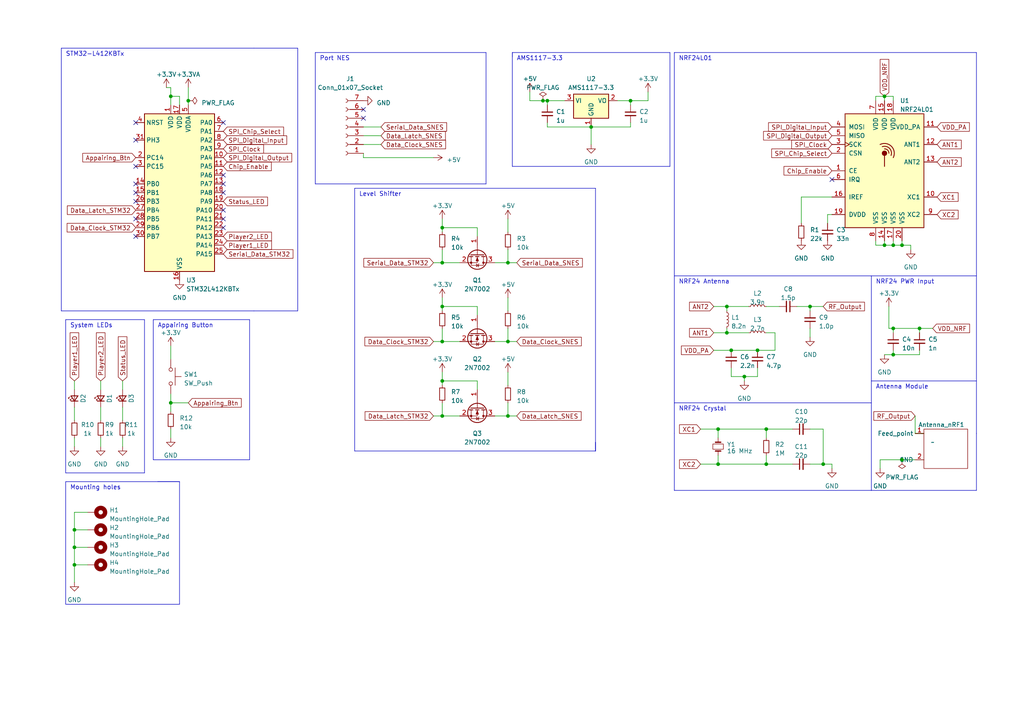
<source format=kicad_sch>
(kicad_sch (version 20230121) (generator eeschema)
  (paper "A4")
  (title_block (title "Wireless SNES Receptor (made by Esteban HUBERT)") (date "2023-04-15") (rev "1.0") (company "ENSEA"))
  (lib_symbols
    (symbol "Antenna_nRF24_2_4GHz:Antenna_nRF_2_4GHz"
      (property "Reference" "Antenna_nRF" (at 0 7.62 0))
      (symbol "Antenna_nRF_2_4GHz_0_1"
        (rectangle (start -6.35 6.35) (end 6.35 -5.08))
      )
      (symbol "Antenna_nRF_2_4GHz_1_1"
        (pin input line (at -6.35 5.08 180) (length 2.54) (name "Feed_point") (number "1"))
        (pin power_in line (at -6.35 -2.54 180) (length 2.54) (name "GND") (number "2"))
      )
    )
    (symbol "Connector:Conn_01x07_Socket" (pin_names (offset 1.016) hide)
      (property "Reference" "J" (at 0 10.16 0))
      (property "Value" "Conn_01x07_Socket" (at 0 -10.16 0))
      (symbol "Conn_01x07_Socket_1_1"
        (arc (start 0 -7.112) (mid -0.5058 -7.62) (end 0 -8.128) (stroke (width 0.1524)))
        (arc (start 0 -4.572) (mid -0.5058 -5.08) (end 0 -5.588) (stroke (width 0.1524)))
        (arc (start 0 -2.032) (mid -0.5058 -2.54) (end 0 -3.048) (stroke (width 0.1524)))
        (polyline (pts (xy -1.27 -7.62) (xy -0.508 -7.62)) (stroke (width 0.1524)))
        (polyline (pts (xy -1.27 -5.08) (xy -0.508 -5.08)) (stroke (width 0.1524)))
        (polyline (pts (xy -1.27 -2.54) (xy -0.508 -2.54)) (stroke (width 0.1524)))
        (polyline (pts (xy -1.27 0) (xy -0.508 0)) (stroke (width 0.1524)))
        (polyline (pts (xy -1.27 2.54) (xy -0.508 2.54)) (stroke (width 0.1524)))
        (polyline (pts (xy -1.27 5.08) (xy -0.508 5.08)) (stroke (width 0.1524)))
        (polyline (pts (xy -1.27 7.62) (xy -0.508 7.62)) (stroke (width 0.1524)))
        (arc (start 0 0.508) (mid -0.5058 0) (end 0 -0.508) (stroke (width 0.1524)))
        (arc (start 0 3.048) (mid -0.5058 2.54) (end 0 2.032) (stroke (width 0.1524)))
        (arc (start 0 5.588) (mid -0.5058 5.08) (end 0 4.572) (stroke (width 0.1524)))
        (arc (start 0 8.128) (mid -0.5058 7.62) (end 0 7.112) (stroke (width 0.1524)))
        (pin passive line (at -5.08 7.62 0) (length 3.81) (name "Pin_1") (number "1"))
        (pin passive line (at -5.08 5.08 0) (length 3.81) (name "Pin_2") (number "2"))
        (pin passive line (at -5.08 2.54 0) (length 3.81) (name "Pin_3") (number "3"))
        (pin passive line (at -5.08 0 0) (length 3.81) (name "Pin_4") (number "4"))
        (pin passive line (at -5.08 -2.54 0) (length 3.81) (name "Pin_5") (number "5"))
        (pin passive line (at -5.08 -5.08 0) (length 3.81) (name "Pin_6") (number "6"))
        (pin passive line (at -5.08 -7.62 0) (length 3.81) (name "Pin_7") (number "7"))
      )
    )
    (symbol "Device:C_Small" (pin_numbers hide) (pin_names (offset 0.254) hide)
      (property "Reference" "C" (at 0.254 1.778 0))
      (property "Value" "C_Small" (at 0.254 -2.032 0))
      (symbol "C_Small_0_1"
        (polyline (pts (xy -1.524 -0.508) (xy 1.524 -0.508)) (stroke (width 0.3302)))
        (polyline (pts (xy -1.524 0.508) (xy 1.524 0.508)) (stroke (width 0.3048)))
      )
      (symbol "C_Small_1_1"
        (pin passive line (at 0 2.54 270) (length 2.032) (name "~") (number "1"))
        (pin passive line (at 0 -2.54 90) (length 2.032) (name "~") (number "2"))
      )
    )
    (symbol "Device:Crystal_Small" (pin_numbers hide) (pin_names (offset 1.016) hide)
      (property "Reference" "Y" (at 0 2.54 0))
      (property "Value" "Crystal_Small" (at 0 -2.54 0))
      (symbol "Crystal_Small_0_1"
        (rectangle (start -0.762 -1.524) (end 0.762 1.524))
        (polyline (pts (xy -1.27 -0.762) (xy -1.27 0.762)) (stroke (width 0.381)))
        (polyline (pts (xy 1.27 -0.762) (xy 1.27 0.762)) (stroke (width 0.381)))
      )
      (symbol "Crystal_Small_1_1"
        (pin passive line (at -2.54 0 0) (length 1.27) (name "1") (number "1"))
        (pin passive line (at 2.54 0 180) (length 1.27) (name "2") (number "2"))
      )
    )
    (symbol "Device:LED_Small" (pin_numbers hide) (pin_names (offset 0.254) hide)
      (property "Reference" "D" (at -1.27 3.175 0))
      (property "Value" "LED_Small" (at -4.445 -2.54 0))
      (symbol "LED_Small_0_1"
        (polyline (pts (xy -0.762 -1.016) (xy -0.762 1.016)) (stroke (width 0.254)))
        (polyline (pts (xy 1.016 0) (xy -0.762 0)))
        (polyline (pts (xy 0.762 -1.016) (xy -0.762 0) (xy 0.762 1.016) (xy 0.762 -1.016)) (stroke (width 0.254)))
        (polyline (pts (xy 0 0.762) (xy -0.508 1.27) (xy -0.254 1.27) (xy -0.508 1.27) (xy -0.508 1.016)))
        (polyline (pts (xy 0.508 1.27) (xy 0 1.778) (xy 0.254 1.778) (xy 0 1.778) (xy 0 1.524)))
      )
      (symbol "LED_Small_1_1"
        (pin passive line (at -2.54 0 0) (length 1.778) (name "K") (number "1"))
        (pin passive line (at 2.54 0 180) (length 1.778) (name "A") (number "2"))
      )
    )
    (symbol "Device:L_Small" (pin_numbers hide) (pin_names (offset 0.254) hide)
      (property "Reference" "L" (at 0.762 1.016 0))
      (property "Value" "L_Small" (at 0.762 -1.016 0))
      (symbol "L_Small_0_1"
        (arc (start 0 -2.032) (mid 0.5058 -1.524) (end 0 -1.016))
        (arc (start 0 -1.016) (mid 0.5058 -0.508) (end 0 0))
        (arc (start 0 0) (mid 0.5058 0.508) (end 0 1.016))
        (arc (start 0 1.016) (mid 0.5058 1.524) (end 0 2.032))
      )
      (symbol "L_Small_1_1"
        (pin passive line (at 0 2.54 270) (length 0.508) (name "~") (number "1"))
        (pin passive line (at 0 -2.54 90) (length 0.508) (name "~") (number "2"))
      )
    )
    (symbol "Device:R_Small" (pin_numbers hide) (pin_names (offset 0.254) hide)
      (property "Reference" "R" (at 0.762 0.508 0))
      (property "Value" "R_Small" (at 0.762 -1.016 0))
      (symbol "R_Small_0_1"
        (rectangle (start -0.762 1.778) (end 0.762 -1.778) (stroke (width 0.2032)))
      )
      (symbol "R_Small_1_1"
        (pin passive line (at 0 2.54 270) (length 0.762) (name "~") (number "1"))
        (pin passive line (at 0 -2.54 90) (length 0.762) (name "~") (number "2"))
      )
    )
    (symbol "MCU_ST_STM32L4:STM32L412KBTx"
      (property "Reference" "U" (at -10.16 24.13 0))
      (property "Value" "STM32L412KBTx" (at 5.08 24.13 0))
      (symbol "STM32L412KBTx_0_1"
        (rectangle (start -10.16 -22.86) (end 10.16 22.86) (stroke (width 0.254)) (fill (type background)))
      )
      (symbol "STM32L412KBTx_1_1"
        (pin power_in line (at -2.54 25.4 270) (length 2.54) (name "VDD") (number "1"))
        (pin bidirectional line (at 12.7 10.16 180) (length 2.54) (name "PA4") (number "10"))
        (pin bidirectional line (at 12.7 7.62 180) (length 2.54) (name "PA5") (number "11"))
        (pin bidirectional line (at 12.7 5.08 180) (length 2.54) (name "PA6") (number "12"))
        (pin bidirectional line (at 12.7 2.54 180) (length 2.54) (name "PA7") (number "13"))
        (pin bidirectional line (at -12.7 2.54 0) (length 2.54) (name "PB0") (number "14"))
        (pin bidirectional line (at -12.7 0 0) (length 2.54) (name "PB1") (number "15"))
        (pin power_in line (at 0 -25.4 90) (length 2.54) (name "VSS") (number "16"))
        (pin power_in line (at 0 25.4 270) (length 2.54) (name "VDD") (number "17"))
        (pin bidirectional line (at 12.7 0 180) (length 2.54) (name "PA8") (number "18"))
        (pin bidirectional line (at 12.7 -2.54 180) (length 2.54) (name "PA9") (number "19"))
        (pin bidirectional line (at -12.7 10.16 0) (length 2.54) (name "PC14") (number "2"))
        (pin bidirectional line (at 12.7 -5.08 180) (length 2.54) (name "PA10") (number "20"))
        (pin bidirectional line (at 12.7 -7.62 180) (length 2.54) (name "PA11") (number "21"))
        (pin bidirectional line (at 12.7 -10.16 180) (length 2.54) (name "PA12") (number "22"))
        (pin bidirectional line (at 12.7 -12.7 180) (length 2.54) (name "PA13") (number "23"))
        (pin bidirectional line (at 12.7 -15.24 180) (length 2.54) (name "PA14") (number "24"))
        (pin bidirectional line (at 12.7 -17.78 180) (length 2.54) (name "PA15") (number "25"))
        (pin bidirectional line (at -12.7 -2.54 0) (length 2.54) (name "PB3") (number "26"))
        (pin bidirectional line (at -12.7 -5.08 0) (length 2.54) (name "PB4") (number "27"))
        (pin bidirectional line (at -12.7 -7.62 0) (length 2.54) (name "PB5") (number "28"))
        (pin bidirectional line (at -12.7 -10.16 0) (length 2.54) (name "PB6") (number "29"))
        (pin bidirectional line (at -12.7 7.62 0) (length 2.54) (name "PC15") (number "3"))
        (pin bidirectional line (at -12.7 -12.7 0) (length 2.54) (name "PB7") (number "30"))
        (pin bidirectional line (at -12.7 15.24 0) (length 2.54) (name "PH3") (number "31"))
        (pin passive line (at 0 -25.4 90) (length 2.54) hide (name "VSS") (number "32"))
        (pin input line (at -12.7 20.32 0) (length 2.54) (name "NRST") (number "4"))
        (pin power_in line (at 2.54 25.4 270) (length 2.54) (name "VDDA") (number "5"))
        (pin bidirectional line (at 12.7 20.32 180) (length 2.54) (name "PA0") (number "6"))
        (pin bidirectional line (at 12.7 17.78 180) (length 2.54) (name "PA1") (number "7"))
        (pin bidirectional line (at 12.7 15.24 180) (length 2.54) (name "PA2") (number "8"))
        (pin bidirectional line (at 12.7 12.7 180) (length 2.54) (name "PA3") (number "9"))
      )
    )
    (symbol "Mechanical:MountingHole_Pad" (pin_numbers hide) (pin_names (offset 1.016) hide)
      (property "Reference" "H" (at 0 6.35 0))
      (property "Value" "MountingHole_Pad" (at 0 4.445 0))
      (symbol "MountingHole_Pad_0_1"
        (circle (center 0 1.27) (radius 1.27) (stroke (width 1.27)))
      )
      (symbol "MountingHole_Pad_1_1"
        (pin input line (at 0 -2.54 90) (length 2.54) (name "1") (number "1"))
      )
    )
    (symbol "RF:NRF24L01" (pin_names (offset 1.016))
      (property "Reference" "U" (at -11.43 17.78 0))
      (property "Value" "NRF24L01" (at 5.08 17.78 0))
      (symbol "NRF24L01_0_1"
        (rectangle (start -11.43 16.51) (end 11.43 -16.51) (stroke (width 0.254)) (fill (type background)))
        (polyline (pts (xy 0 4.445) (xy 0 1.27)) (stroke (width 0.254)))
        (circle (center 0 5.08) (radius 0.635) (stroke (width 0.254)) (fill (type outline)))
        (arc (start 1.27 5.08) (mid 0.9071 5.9946) (end 0 6.35) (stroke (width 0.254)))
        (arc (start 1.905 4.445) (mid 1.4313 6.5254) (end -0.635 6.985) (stroke (width 0.254)))
        (arc (start 2.54 3.81) (mid 2.008 7.088) (end -1.27 7.62) (stroke (width 0.254)))
        (rectangle (start 11.43 -13.97) (end 11.43 -13.97))
      )
      (symbol "NRF24L01_1_1"
        (pin input line (at -15.24 0 0) (length 3.81) (name "CE") (number "1"))
        (pin passive line (at 15.24 -7.62 180) (length 3.81) (name "XC1") (number "10"))
        (pin power_out line (at 15.24 12.7 180) (length 3.81) (name "VDD_PA") (number "11"))
        (pin passive line (at 15.24 7.62 180) (length 3.81) (name "ANT1") (number "12"))
        (pin passive line (at 15.24 2.54 180) (length 3.81) (name "ANT2") (number "13"))
        (pin power_in line (at 0 -20.32 90) (length 3.81) (name "VSS") (number "14"))
        (pin power_in line (at 0 20.32 270) (length 3.81) (name "VDD") (number "15"))
        (pin passive line (at -15.24 -7.62 0) (length 3.81) (name "IREF") (number "16"))
        (pin power_in line (at 2.54 -20.32 90) (length 3.81) (name "VSS") (number "17"))
        (pin power_in line (at 2.54 20.32 270) (length 3.81) (name "VDD") (number "18"))
        (pin power_out line (at -15.24 -12.7 0) (length 3.81) (name "DVDD") (number "19"))
        (pin input line (at -15.24 5.08 0) (length 3.81) (name "CSN") (number "2"))
        (pin power_in line (at 5.08 -20.32 90) (length 3.81) (name "VSS") (number "20"))
        (pin input clock (at -15.24 7.62 0) (length 3.81) (name "SCK") (number "3"))
        (pin input line (at -15.24 12.7 0) (length 3.81) (name "MOSI") (number "4"))
        (pin output line (at -15.24 10.16 0) (length 3.81) (name "MISO") (number "5"))
        (pin output line (at -15.24 -2.54 0) (length 3.81) (name "IRQ") (number "6"))
        (pin power_in line (at -2.54 20.32 270) (length 3.81) (name "VDD") (number "7"))
        (pin power_in line (at -2.54 -20.32 90) (length 3.81) (name "VSS") (number "8"))
        (pin passive line (at 15.24 -12.7 180) (length 3.81) (name "XC2") (number "9"))
      )
    )
    (symbol "Regulator_Linear:AMS1117-3.3"
      (property "Reference" "U" (at -3.81 3.175 0))
      (property "Value" "AMS1117-3.3" (at 0 3.175 0))
      (symbol "AMS1117-3.3_0_1"
        (rectangle (start -5.08 -5.08) (end 5.08 1.905) (stroke (width 0.254)) (fill (type background)))
      )
      (symbol "AMS1117-3.3_1_1"
        (pin power_in line (at 0 -7.62 90) (length 2.54) (name "GND") (number "1"))
        (pin power_out line (at 7.62 0 180) (length 2.54) (name "VO") (number "2"))
        (pin power_in line (at -7.62 0 0) (length 2.54) (name "VI") (number "3"))
      )
    )
    (symbol "Switch:SW_Push" (pin_numbers hide) (pin_names (offset 1.016) hide)
      (property "Reference" "SW" (at 1.27 2.54 0))
      (property "Value" "SW_Push" (at 0 -1.524 0))
      (symbol "SW_Push_0_1"
        (circle (center -2.032 0) (radius 0.508))
        (polyline (pts (xy 0 1.27) (xy 0 3.048)))
        (polyline (pts (xy 2.54 1.27) (xy -2.54 1.27)))
        (circle (center 2.032 0) (radius 0.508))
        (pin passive line (at -5.08 0 0) (length 2.54) (name "1") (number "1"))
        (pin passive line (at 5.08 0 180) (length 2.54) (name "2") (number "2"))
      )
    )
    (symbol "Transistor_FET:2N7002" (pin_names hide)
      (property "Reference" "Q" (at 5.08 1.905 0))
      (property "Value" "2N7002" (at 5.08 0 0))
      (symbol "2N7002_0_1"
        (polyline (pts (xy 0.254 0) (xy -2.54 0)))
        (polyline (pts (xy 0.254 1.905) (xy 0.254 -1.905)) (stroke (width 0.254)))
        (polyline (pts (xy 0.762 -1.27) (xy 0.762 -2.286)) (stroke (width 0.254)))
        (polyline (pts (xy 0.762 0.508) (xy 0.762 -0.508)) (stroke (width 0.254)))
        (polyline (pts (xy 0.762 2.286) (xy 0.762 1.27)) (stroke (width 0.254)))
        (polyline (pts (xy 2.54 2.54) (xy 2.54 1.778)))
        (polyline (pts (xy 2.54 -2.54) (xy 2.54 0) (xy 0.762 0)))
        (polyline (pts (xy 0.762 -1.778) (xy 3.302 -1.778) (xy 3.302 1.778) (xy 0.762 1.778)))
        (polyline (pts (xy 1.016 0) (xy 2.032 0.381) (xy 2.032 -0.381) (xy 1.016 0)) (fill (type outline)))
        (polyline (pts (xy 2.794 0.508) (xy 2.921 0.381) (xy 3.683 0.381) (xy 3.81 0.254)))
        (polyline (pts (xy 3.302 0.381) (xy 2.921 -0.254) (xy 3.683 -0.254) (xy 3.302 0.381)))
        (circle (center 1.651 0) (radius 2.794) (stroke (width 0.254)))
        (circle (center 2.54 -1.778) (radius 0.254) (fill (type outline)))
        (circle (center 2.54 1.778) (radius 0.254) (fill (type outline)))
      )
      (symbol "2N7002_1_1"
        (pin input line (at -5.08 0 0) (length 2.54) (name "G") (number "1"))
        (pin passive line (at 2.54 -5.08 90) (length 2.54) (name "S") (number "2"))
        (pin passive line (at 2.54 5.08 270) (length 2.54) (name "D") (number "3"))
      )
    )
    (symbol "power:+3.3V" (power) (pin_names (offset 0))
      (property "Value" "+3.3V" (at 0 3.556 0))
      (symbol "+3.3V_0_1"
        (polyline (pts (xy -0.762 1.27) (xy 0 2.54)))
        (polyline (pts (xy 0 0) (xy 0 2.54)))
        (polyline (pts (xy 0 2.54) (xy 0.762 1.27)))
      )
      (symbol "+3.3V_1_1"
        (pin power_in line (at 0 0 90) (length 0) hide (name "+3.3V") (number "1"))
      )
    )
    (symbol "power:+3.3VA" (power) (pin_names (offset 0))
      (property "Value" "+3.3VA" (at 0 3.556 0))
      (symbol "+3.3VA_0_1"
        (polyline (pts (xy -0.762 1.27) (xy 0 2.54)))
        (polyline (pts (xy 0 0) (xy 0 2.54)))
        (polyline (pts (xy 0 2.54) (xy 0.762 1.27)))
      )
      (symbol "+3.3VA_1_1"
        (pin power_in line (at 0 0 90) (length 0) hide (name "+3.3VA") (number "1"))
      )
    )
    (symbol "power:+5V" (power) (pin_names (offset 0))
      (property "Value" "+5V" (at 0 3.556 0))
      (symbol "+5V_0_1"
        (polyline (pts (xy -0.762 1.27) (xy 0 2.54)))
        (polyline (pts (xy 0 0) (xy 0 2.54)))
        (polyline (pts (xy 0 2.54) (xy 0.762 1.27)))
      )
      (symbol "+5V_1_1"
        (pin power_in line (at 0 0 90) (length 0) hide (name "+5V") (number "1"))
      )
    )
    (symbol "power:GND" (power) (pin_names (offset 0))
      (property "Value" "GND" (at 0 -3.81 0))
      (symbol "GND_0_1"
        (polyline (pts (xy 0 0) (xy 0 -1.27) (xy 1.27 -1.27) (xy 0 -2.54) (xy -1.27 -1.27) (xy 0 -1.27)))
      )
      (symbol "GND_1_1"
        (pin power_in line (at 0 0 270) (length 0) hide (name "GND") (number "1"))
      )
    )
    (symbol "power:PWR_FLAG" (power) (pin_numbers hide) (pin_names (offset 0) hide)
      (property "Value" "PWR_FLAG" (at 0 3.81 0))
      (symbol "PWR_FLAG_0_0"
        (pin power_out line (at 0 0 90) (length 0) (name "pwr") (number "1"))
      )
      (symbol "PWR_FLAG_0_1"
        (polyline (pts (xy 0 0) (xy 0 1.27) (xy -1.016 1.905) (xy 0 2.54) (xy 1.016 1.905) (xy 0 1.27)))
      )
    )
  )
  (junction (at 128.27 66.04))
  (junction (at 259.08 102.87))
  (junction (at 21.59 163.83))
  (junction (at 259.08 71.12))
  (junction (at 212.09 101.6))
  (junction (at 157.48 29.21))
  (junction (at 208.28 124.46))
  (junction (at 256.54 71.12))
  (junction (at 259.08 95.25))
  (junction (at 256.54 27.94))
  (junction (at 147.32 99.06))
  (junction (at 128.27 120.65))
  (junction (at 49.53 27.94))
  (junction (at 238.76 134.62))
  (junction (at 128.27 110.49))
  (junction (at 222.25 124.46))
  (junction (at 234.95 88.9))
  (junction (at 215.9 109.22))
  (junction (at 222.25 134.62))
  (junction (at 21.59 158.75))
  (junction (at 128.27 99.06))
  (junction (at 147.32 120.65))
  (junction (at 147.32 76.2))
  (junction (at 49.53 116.84))
  (junction (at 158.75 29.21))
  (junction (at 128.27 88.9))
  (junction (at 210.82 96.52))
  (junction (at 21.59 153.67))
  (junction (at 266.7 95.25))
  (junction (at 208.28 134.62))
  (junction (at 219.71 101.6))
  (junction (at 261.62 71.12))
  (junction (at 171.45 36.83))
  (junction (at 128.27 76.2))
  (junction (at 54.61 29.21))
  (junction (at 261.62 133.35))
  (junction (at 210.82 88.9))
  (junction (at 182.88 29.21))
  (no_connect (at 39.37 53.34))
  (no_connect (at 105.41 31.75))
  (no_connect (at 105.41 34.29))
  (no_connect (at 64.77 55.88))
  (no_connect (at 39.37 48.26))
  (no_connect (at 39.37 35.56))
  (no_connect (at 64.77 60.96))
  (no_connect (at 39.37 68.58))
  (no_connect (at 241.3 52.07))
  (no_connect (at 39.37 63.5))
  (no_connect (at 64.77 53.34))
  (no_connect (at 39.37 40.64))
  (no_connect (at 64.77 50.8))
  (no_connect (at 39.37 55.88))
  (no_connect (at 39.37 58.42))
  (no_connect (at 64.77 35.56))
  (no_connect (at 64.77 63.5))
  (no_connect (at 64.77 66.04))
  (polyline (pts (xy 102.87 54.61) (xy 102.87 130.81)))
  (wire (pts (xy 182.88 36.83) (xy 171.45 36.83)))
  (wire (pts (xy 264.16 71.12) (xy 264.16 72.39)))
  (wire (pts (xy 207.01 88.9) (xy 210.82 88.9)))
  (wire (pts (xy 128.27 63.5) (xy 128.27 66.04)))
  (polyline (pts (xy 194.31 15.24) (xy 148.59 15.24)))
  (wire (pts (xy 254 27.94) (xy 254 29.21)))
  (wire (pts (xy 215.9 109.22) (xy 212.09 109.22)))
  (wire (pts (xy 259.08 29.21) (xy 259.08 27.94)))
  (wire (pts (xy 128.27 116.84) (xy 128.27 120.65)))
  (wire (pts (xy 105.41 45.72) (xy 125.73 45.72)))
  (wire (pts (xy 21.59 118.11) (xy 21.59 121.92)))
  (wire (pts (xy 224.79 101.6) (xy 224.79 96.52)))
  (polyline (pts (xy 195.58 125.73) (xy 195.58 142.24)))
  (wire (pts (xy 105.41 41.91) (xy 110.49 41.91)))
  (wire (pts (xy 54.61 29.21) (xy 54.61 30.48)))
  (wire (pts (xy 128.27 99.06) (xy 133.35 99.06)))
  (wire (pts (xy 222.25 124.46) (xy 229.87 124.46)))
  (wire (pts (xy 232.41 57.15) (xy 241.3 57.15)))
  (wire (pts (xy 35.56 118.11) (xy 35.56 121.92)))
  (wire (pts (xy 257.81 95.25) (xy 259.08 95.25)))
  (wire (pts (xy 49.53 25.4) (xy 48.26 25.4)))
  (polyline (pts (xy 52.07 175.26) (xy 19.05 175.26)))
  (wire (pts (xy 171.45 36.83) (xy 158.75 36.83)))
  (wire (pts (xy 182.88 29.21) (xy 187.96 29.21)))
  (polyline (pts (xy 19.05 137.16) (xy 41.91 137.16)))
  (wire (pts (xy 224.79 96.52) (xy 222.25 96.52)))
  (wire (pts (xy 210.82 90.17) (xy 210.82 88.9)))
  (polyline (pts (xy 195.58 80.01) (xy 283.21 80.01)))
  (polyline (pts (xy 252.73 116.84) (xy 195.58 116.84)))
  (wire (pts (xy 219.71 106.68) (xy 219.71 109.22)))
  (polyline (pts (xy 86.36 90.17) (xy 73.66 90.17)))
  (polyline (pts (xy 195.58 125.73) (xy 195.58 15.24)))
  (wire (pts (xy 212.09 109.22) (xy 212.09 106.68)))
  (wire (pts (xy 143.51 99.06) (xy 147.32 99.06)))
  (wire (pts (xy 234.95 95.25) (xy 234.95 97.79)))
  (wire (pts (xy 29.21 110.49) (xy 29.21 113.03)))
  (polyline (pts (xy 195.58 15.24) (xy 283.21 15.24)))
  (wire (pts (xy 241.3 134.62) (xy 241.3 135.89)))
  (wire (pts (xy 157.48 29.21) (xy 153.67 29.21)))
  (wire (pts (xy 241.3 62.23) (xy 240.03 62.23)))
  (wire (pts (xy 105.41 45.72) (xy 105.41 44.45)))
  (wire (pts (xy 128.27 76.2) (xy 133.35 76.2)))
  (wire (pts (xy 265.43 125.73) (xy 267.97 125.73)))
  (polyline (pts (xy 52.07 139.7) (xy 52.07 175.26)))
  (wire (pts (xy 147.32 120.65) (xy 147.32 116.84)))
  (wire (pts (xy 254 69.85) (xy 254 71.12)))
  (polyline (pts (xy 194.31 48.26) (xy 194.31 15.24)))
  (wire (pts (xy 208.28 132.08) (xy 208.28 134.62)))
  (wire (pts (xy 182.88 35.56) (xy 182.88 36.83)))
  (wire (pts (xy 259.08 102.87) (xy 266.7 102.87)))
  (wire (pts (xy 265.43 120.65) (xy 265.43 125.73)))
  (polyline (pts (xy 148.59 48.26) (xy 194.31 48.26)))
  (polyline (pts (xy 73.66 13.97) (xy 86.36 13.97)))
  (polyline (pts (xy 172.72 128.27) (xy 172.72 130.81)))
  (polyline (pts (xy 140.97 53.34) (xy 91.44 53.34)))
  (wire (pts (xy 257.81 88.9) (xy 257.81 95.25)))
  (wire (pts (xy 238.76 134.62) (xy 241.3 134.62)))
  (polyline (pts (xy 91.44 15.24) (xy 91.44 53.34)))
  (wire (pts (xy 138.43 68.58) (xy 138.43 66.04)))
  (wire (pts (xy 35.56 127) (xy 35.56 129.54)))
  (polyline (pts (xy 148.59 15.24) (xy 148.59 48.26)))
  (polyline (pts (xy 195.58 142.24) (xy 252.73 142.24)))
  (wire (pts (xy 254 71.12) (xy 256.54 71.12)))
  (wire (pts (xy 259.08 27.94) (xy 256.54 27.94)))
  (wire (pts (xy 222.25 88.9) (xy 226.06 88.9)))
  (wire (pts (xy 128.27 88.9) (xy 138.43 88.9)))
  (wire (pts (xy 105.41 36.83) (xy 110.49 36.83)))
  (wire (pts (xy 256.54 27.94) (xy 256.54 29.21)))
  (polyline (pts (xy 52.07 139.7) (xy 45.72 139.7)))
  (wire (pts (xy 128.27 107.95) (xy 128.27 110.49)))
  (wire (pts (xy 208.28 124.46) (xy 222.25 124.46)))
  (wire (pts (xy 21.59 110.49) (xy 21.59 113.03)))
  (wire (pts (xy 207.01 96.52) (xy 210.82 96.52)))
  (wire (pts (xy 222.25 134.62) (xy 229.87 134.62)))
  (wire (pts (xy 219.71 109.22) (xy 215.9 109.22)))
  (wire (pts (xy 254 27.94) (xy 256.54 27.94)))
  (wire (pts (xy 261.62 133.35) (xy 255.27 133.35)))
  (wire (pts (xy 128.27 110.49) (xy 138.43 110.49)))
  (wire (pts (xy 21.59 153.67) (xy 25.4 153.67)))
  (wire (pts (xy 203.2 124.46) (xy 208.28 124.46)))
  (wire (pts (xy 222.25 134.62) (xy 222.25 132.08)))
  (polyline (pts (xy 148.59 15.24) (xy 148.59 16.51)))
  (polyline (pts (xy 172.72 130.81) (xy 172.72 54.61)))
  (wire (pts (xy 128.27 120.65) (xy 133.35 120.65)))
  (wire (pts (xy 266.7 95.25) (xy 270.51 95.25)))
  (wire (pts (xy 182.88 29.21) (xy 179.07 29.21)))
  (wire (pts (xy 35.56 110.49) (xy 35.56 113.03)))
  (wire (pts (xy 234.95 88.9) (xy 238.76 88.9)))
  (wire (pts (xy 147.32 63.5) (xy 147.32 67.31)))
  (polyline (pts (xy 252.73 142.24) (xy 252.73 116.84)))
  (wire (pts (xy 259.08 71.12) (xy 261.62 71.12)))
  (wire (pts (xy 147.32 76.2) (xy 149.86 76.2)))
  (wire (pts (xy 128.27 66.04) (xy 128.27 67.31)))
  (wire (pts (xy 238.76 124.46) (xy 238.76 134.62)))
  (polyline (pts (xy 91.44 15.24) (xy 140.97 15.24)))
  (wire (pts (xy 147.32 120.65) (xy 149.86 120.65)))
  (wire (pts (xy 128.27 110.49) (xy 128.27 111.76)))
  (polyline (pts (xy 19.05 92.71) (xy 41.91 92.71)))
  (wire (pts (xy 147.32 76.2) (xy 147.32 72.39)))
  (polyline (pts (xy 19.05 92.71) (xy 19.05 137.16)))
  (wire (pts (xy 21.59 127) (xy 21.59 129.54)))
  (wire (pts (xy 222.25 124.46) (xy 222.25 127)))
  (wire (pts (xy 29.21 118.11) (xy 29.21 121.92)))
  (wire (pts (xy 256.54 71.12) (xy 256.54 69.85)))
  (wire (pts (xy 21.59 163.83) (xy 21.59 168.91)))
  (wire (pts (xy 256.54 102.87) (xy 259.08 102.87)))
  (polyline (pts (xy 102.87 130.81) (xy 172.72 130.81)))
  (wire (pts (xy 143.51 76.2) (xy 147.32 76.2)))
  (wire (pts (xy 232.41 57.15) (xy 232.41 64.77)))
  (wire (pts (xy 207.01 101.6) (xy 212.09 101.6)))
  (wire (pts (xy 21.59 148.59) (xy 21.59 153.67)))
  (wire (pts (xy 21.59 158.75) (xy 21.59 163.83)))
  (wire (pts (xy 21.59 163.83) (xy 25.4 163.83)))
  (wire (pts (xy 208.28 134.62) (xy 222.25 134.62)))
  (wire (pts (xy 29.21 127) (xy 29.21 129.54)))
  (wire (pts (xy 210.82 88.9) (xy 217.17 88.9)))
  (wire (pts (xy 266.7 95.25) (xy 266.7 96.52)))
  (wire (pts (xy 147.32 99.06) (xy 149.86 99.06)))
  (wire (pts (xy 49.53 27.94) (xy 49.53 25.4)))
  (wire (pts (xy 234.95 124.46) (xy 238.76 124.46)))
  (wire (pts (xy 49.53 124.46) (xy 49.53 127)))
  (wire (pts (xy 261.62 71.12) (xy 264.16 71.12)))
  (wire (pts (xy 259.08 101.6) (xy 259.08 102.87)))
  (wire (pts (xy 128.27 72.39) (xy 128.27 76.2)))
  (polyline (pts (xy 17.78 90.17) (xy 17.78 13.97)))
  (wire (pts (xy 182.88 30.48) (xy 182.88 29.21)))
  (wire (pts (xy 54.61 25.4) (xy 54.61 29.21)))
  (wire (pts (xy 147.32 99.06) (xy 147.32 95.25)))
  (wire (pts (xy 163.83 29.21) (xy 158.75 29.21)))
  (polyline (pts (xy 19.05 139.7) (xy 52.07 139.7)))
  (wire (pts (xy 125.73 99.06) (xy 128.27 99.06)))
  (wire (pts (xy 52.07 30.48) (xy 52.07 27.94)))
  (wire (pts (xy 128.27 95.25) (xy 128.27 99.06)))
  (wire (pts (xy 158.75 29.21) (xy 157.48 29.21)))
  (wire (pts (xy 187.96 26.67) (xy 187.96 29.21)))
  (polyline (pts (xy 252.73 80.01) (xy 252.73 116.84)))
  (wire (pts (xy 25.4 148.59) (xy 21.59 148.59)))
  (wire (pts (xy 208.28 134.62) (xy 203.2 134.62)))
  (wire (pts (xy 105.41 39.37) (xy 110.49 39.37)))
  (wire (pts (xy 208.28 124.46) (xy 208.28 127)))
  (wire (pts (xy 256.54 71.12) (xy 259.08 71.12)))
  (wire (pts (xy 49.53 116.84) (xy 49.53 119.38)))
  (wire (pts (xy 255.27 133.35) (xy 255.27 135.89)))
  (wire (pts (xy 215.9 109.22) (xy 215.9 110.49)))
  (wire (pts (xy 49.53 114.3) (xy 49.53 116.84)))
  (wire (pts (xy 21.59 153.67) (xy 21.59 158.75)))
  (wire (pts (xy 171.45 36.83) (xy 171.45 41.91)))
  (wire (pts (xy 158.75 36.83) (xy 158.75 35.56)))
  (wire (pts (xy 259.08 71.12) (xy 259.08 69.85)))
  (polyline (pts (xy 72.39 133.35) (xy 72.39 92.71)))
  (polyline (pts (xy 44.45 92.71) (xy 44.45 133.35)))
  (wire (pts (xy 153.67 29.21) (xy 153.67 26.67)))
  (wire (pts (xy 259.08 95.25) (xy 259.08 96.52)))
  (wire (pts (xy 234.95 88.9) (xy 234.95 90.17)))
  (wire (pts (xy 259.08 95.25) (xy 266.7 95.25)))
  (polyline (pts (xy 172.72 54.61) (xy 102.87 54.61)))
  (wire (pts (xy 52.07 27.94) (xy 49.53 27.94)))
  (wire (pts (xy 128.27 66.04) (xy 138.43 66.04)))
  (wire (pts (xy 219.71 101.6) (xy 224.79 101.6)))
  (wire (pts (xy 49.53 27.94) (xy 49.53 30.48)))
  (wire (pts (xy 267.97 133.35) (xy 261.62 133.35)))
  (polyline (pts (xy 44.45 92.71) (xy 72.39 92.71)))
  (wire (pts (xy 138.43 91.44) (xy 138.43 88.9)))
  (polyline (pts (xy 283.21 125.73) (xy 283.21 142.24)))
  (polyline (pts (xy 19.05 175.26) (xy 19.05 139.7)))
  (polyline (pts (xy 17.78 13.97) (xy 73.66 13.97)))
  (wire (pts (xy 240.03 62.23) (xy 240.03 64.77)))
  (polyline (pts (xy 252.73 142.24) (xy 283.21 142.24)))
  (wire (pts (xy 212.09 101.6) (xy 219.71 101.6)))
  (wire (pts (xy 231.14 88.9) (xy 234.95 88.9)))
  (polyline (pts (xy 73.66 90.17) (xy 17.78 90.17)))
  (wire (pts (xy 158.75 29.21) (xy 158.75 30.48)))
  (wire (pts (xy 138.43 113.03) (xy 138.43 110.49)))
  (wire (pts (xy 21.59 158.75) (xy 25.4 158.75)))
  (wire (pts (xy 210.82 95.25) (xy 210.82 96.52)))
  (wire (pts (xy 147.32 107.95) (xy 147.32 111.76)))
  (wire (pts (xy 143.51 120.65) (xy 147.32 120.65)))
  (polyline (pts (xy 283.21 15.24) (xy 283.21 125.73)))
  (polyline (pts (xy 140.97 15.24) (xy 140.97 53.34)))
  (wire (pts (xy 217.17 96.52) (xy 210.82 96.52)))
  (wire (pts (xy 125.73 76.2) (xy 128.27 76.2)))
  (wire (pts (xy 266.7 102.87) (xy 266.7 101.6)))
  (wire (pts (xy 128.27 88.9) (xy 128.27 90.17)))
  (wire (pts (xy 238.76 134.62) (xy 234.95 134.62)))
  (polyline (pts (xy 41.91 137.16) (xy 41.91 92.71)))
  (wire (pts (xy 147.32 86.36) (xy 147.32 90.17)))
  (wire (pts (xy 49.53 116.84) (xy 54.61 116.84)))
  (wire (pts (xy 49.53 100.33) (xy 49.53 104.14)))
  (wire (pts (xy 128.27 86.36) (xy 128.27 88.9)))
  (polyline (pts (xy 252.73 110.49) (xy 283.21 110.49)))
  (polyline (pts (xy 44.45 133.35) (xy 72.39 133.35)))
  (wire (pts (xy 261.62 71.12) (xy 261.62 69.85)))
  (wire (pts (xy 125.73 120.65) (xy 128.27 120.65)))
  (polyline (pts (xy 86.36 13.97) (xy 86.36 90.17)))
  (text "NRF24 PWR Input\n" (at 254 82.55 0) (effects (font (size 1.27 1.27)) (justify left bottom)))
  (text "Mounting holes\n" (at 20.32 142.24 0) (effects (font (size 1.27 1.27)) (justify left bottom)))
  (text "AMS1117-3.3" (at 149.86 17.78 0) (effects (font (size 1.27 1.27)) (justify left bottom)))
  (text "Antenna Module\n" (at 254 113.03 0) (effects (font (size 1.27 1.27)) (justify left bottom)))
  (text "Port NES\n" (at 92.71 17.78 0) (effects (font (size 1.27 1.27)) (justify left bottom)))
  (text "NRF24 Crystal\n" (at 196.85 119.38 0) (effects (font (size 1.27 1.27)) (justify left bottom)))
  (text "NRF24L01\n" (at 196.85 17.78 0) (effects (font (size 1.27 1.27)) (justify left bottom)))
  (text "Appairing Button\n" (at 45.72 95.25 0) (effects (font (size 1.27 1.27)) (justify left bottom)))
  (text "System LEDs\n" (at 20.32 95.25 0) (effects (font (size 1.27 1.27)) (justify left bottom)))
  (text "STM32-L412KBTx\n" (at 19.05 16.51 0) (effects (font (size 1.27 1.27)) (justify left bottom)))
  (text "NRF24 Antenna\n" (at 196.85 82.55 0) (effects (font (size 1.27 1.27)) (justify left bottom)))
  (text "Level Shifter\n" (at 104.14 57.15 0) (effects (font (size 1.27 1.27)) (justify left bottom)))
  (global_label "ANT1" (shape input) (at 207.01 96.52 180) (property "Intersheetrefs" "${INTERSHEET_REFS}" (effects hide)))
  (global_label "Data_Latch_SNES" (shape input) (at 110.49 39.37 0) (property "Intersheetrefs" "${INTERSHEET_REFS}" (effects hide)))
  (global_label "Serial_Data_SNES" (shape input) (at 149.86 76.2 0) (property "Intersheetrefs" "${INTERSHEET_REFS}" (effects hide)))
  (global_label "Serial_Data_STM32" (shape input) (at 125.73 76.2 180) (property "Intersheetrefs" "${INTERSHEET_REFS}" (effects hide)))
  (global_label "Player1_LED" (shape input) (at 64.77 71.12 0) (property "Intersheetrefs" "${INTERSHEET_REFS}" (effects hide)))
  (global_label "RF_Output" (shape input) (at 265.43 120.65 180) (property "Intersheetrefs" "${INTERSHEET_REFS}" (effects hide)))
  (global_label "SPI_Digital_Input" (shape input) (at 64.77 40.64 0) (property "Intersheetrefs" "${INTERSHEET_REFS}" (effects hide)))
  (global_label "Serial_Data_SNES" (shape input) (at 110.49 36.83 0) (property "Intersheetrefs" "${INTERSHEET_REFS}" (effects hide)))
  (global_label "ANT2" (shape input) (at 271.78 46.99 0) (property "Intersheetrefs" "${INTERSHEET_REFS}" (effects hide)))
  (global_label "XC1" (shape input) (at 203.2 124.46 180) (property "Intersheetrefs" "${INTERSHEET_REFS}" (effects hide)))
  (global_label "Data_Clock_STM32" (shape input) (at 125.73 99.06 180) (property "Intersheetrefs" "${INTERSHEET_REFS}" (effects hide)))
  (global_label "Chip_Enable" (shape input) (at 64.77 48.26 0) (property "Intersheetrefs" "${INTERSHEET_REFS}" (effects hide)))
  (global_label "SPI_Clock" (shape input) (at 64.77 43.18 0) (property "Intersheetrefs" "${INTERSHEET_REFS}" (effects hide)))
  (global_label "VDD_PA" (shape input) (at 271.78 36.83 0) (property "Intersheetrefs" "${INTERSHEET_REFS}" (effects hide)))
  (global_label "Data_Latch_SNES" (shape input) (at 149.86 120.65 0) (property "Intersheetrefs" "${INTERSHEET_REFS}" (effects hide)))
  (global_label "XC2" (shape input) (at 271.78 62.23 0) (property "Intersheetrefs" "${INTERSHEET_REFS}" (effects hide)))
  (global_label "SPI_Chip_Select" (shape input) (at 241.3 44.45 180) (property "Intersheetrefs" "${INTERSHEET_REFS}" (effects hide)))
  (global_label "XC1" (shape input) (at 271.78 57.15 0) (property "Intersheetrefs" "${INTERSHEET_REFS}" (effects hide)))
  (global_label "Status_LED" (shape input) (at 64.77 58.42 0) (property "Intersheetrefs" "${INTERSHEET_REFS}" (effects hide)))
  (global_label "Serial_Data_STM32" (shape input) (at 64.77 73.66 0) (property "Intersheetrefs" "${INTERSHEET_REFS}" (effects hide)))
  (global_label "Appairing_Btn" (shape input) (at 39.37 45.72 180) (property "Intersheetrefs" "${INTERSHEET_REFS}" (effects hide)))
  (global_label "RF_Output" (shape input) (at 238.76 88.9 0) (property "Intersheetrefs" "${INTERSHEET_REFS}" (effects hide)))
  (global_label "VDD_NRF" (shape input) (at 270.51 95.25 0) (property "Intersheetrefs" "${INTERSHEET_REFS}" (effects hide)))
  (global_label "Data_Clock_SNES" (shape input) (at 110.49 41.91 0) (property "Intersheetrefs" "${INTERSHEET_REFS}" (effects hide)))
  (global_label "Chip_Enable" (shape input) (at 241.3 49.53 180) (property "Intersheetrefs" "${INTERSHEET_REFS}" (effects hide)))
  (global_label "Status_LED" (shape input) (at 35.56 110.49 90) (property "Intersheetrefs" "${INTERSHEET_REFS}" (effects hide)))
  (global_label "Player1_LED" (shape input) (at 21.59 110.49 90) (property "Intersheetrefs" "${INTERSHEET_REFS}" (effects hide)))
  (global_label "SPI_Digital_Output" (shape input) (at 64.77 45.72 0) (property "Intersheetrefs" "${INTERSHEET_REFS}" (effects hide)))
  (global_label "ANT2" (shape input) (at 207.01 88.9 180) (property "Intersheetrefs" "${INTERSHEET_REFS}" (effects hide)))
  (global_label "Data_Latch_STM32" (shape input) (at 39.37 60.96 180) (property "Intersheetrefs" "${INTERSHEET_REFS}" (effects hide)))
  (global_label "Data_Clock_SNES" (shape input) (at 149.86 99.06 0) (property "Intersheetrefs" "${INTERSHEET_REFS}" (effects hide)))
  (global_label "SPI_Digital_Input" (shape input) (at 241.3 36.83 180) (property "Intersheetrefs" "${INTERSHEET_REFS}" (effects hide)))
  (global_label "Player2_LED" (shape input) (at 64.77 68.58 0) (property "Intersheetrefs" "${INTERSHEET_REFS}" (effects hide)))
  (global_label "Appairing_Btn" (shape input) (at 54.61 116.84 0) (property "Intersheetrefs" "${INTERSHEET_REFS}" (effects hide)))
  (global_label "SPI_Clock" (shape input) (at 241.3 41.91 180) (property "Intersheetrefs" "${INTERSHEET_REFS}" (effects hide)))
  (global_label "Player2_LED" (shape input) (at 29.21 110.49 90) (property "Intersheetrefs" "${INTERSHEET_REFS}" (effects hide)))
  (global_label "ANT1" (shape input) (at 271.78 41.91 0) (property "Intersheetrefs" "${INTERSHEET_REFS}" (effects hide)))
  (global_label "Data_Latch_STM32" (shape input) (at 125.73 120.65 180) (property "Intersheetrefs" "${INTERSHEET_REFS}" (effects hide)))
  (global_label "XC2" (shape input) (at 203.2 134.62 180) (property "Intersheetrefs" "${INTERSHEET_REFS}" (effects hide)))
  (global_label "VDD_PA" (shape input) (at 207.01 101.6 180) (property "Intersheetrefs" "${INTERSHEET_REFS}" (effects hide)))
  (global_label "SPI_Digital_Output" (shape input) (at 241.3 39.37 180) (property "Intersheetrefs" "${INTERSHEET_REFS}" (effects hide)))
  (global_label "SPI_Chip_Select" (shape input) (at 64.77 38.1 0) (property "Intersheetrefs" "${INTERSHEET_REFS}" (effects hide)))
  (global_label "VDD_NRF" (shape input) (at 256.54 27.94 90) (property "Intersheetrefs" "${INTERSHEET_REFS}" (effects hide)))
  (global_label "Data_Clock_STM32" (shape input) (at 39.37 66.04 180) (property "Intersheetrefs" "${INTERSHEET_REFS}" (effects hide)))
  (symbol (lib_id "power:+5V") (at 147.32 63.5 0) (unit 1)
    (property "Reference" "#PWR017" (effects hide))
    (property "Value" "+5V" (at 147.32 59.69 0))
  )
  (symbol (lib_id "power:GND") (at 215.9 110.49 0) (unit 1)
    (property "Reference" "#PWR010" (effects hide))
    (property "Value" "GND" (at 215.9 115.57 0))
  )
  (symbol (lib_id "Device:Crystal_Small") (at 208.28 129.54 90) (unit 1)
    (property "Reference" "Y1" (at 210.82 128.905 90) (effects (justify right)))
    (property "Value" "16 MHz" (at 210.82 130.81 90) (effects (justify right)))
    (property "Footprint" "Crystal:Crystal_HC49-U_Horizontal" (effects hide))
  )
  (symbol (lib_id "power:+3.3V") (at 128.27 107.95 0) (unit 1)
    (property "Reference" "#PWR020" (effects hide))
    (property "Value" "+3.3V" (at 128.27 104.14 0))
  )
  (symbol (lib_id "Mechanical:MountingHole_Pad") (at 27.94 158.75 270) (unit 1)
    (property "Reference" "H3" (at 31.75 158.115 90) (effects (justify left)))
    (property "Value" "MountingHole_Pad" (at 31.75 160.655 90) (effects (justify left)))
    (property "Footprint" "MountingHole:MountingHole_3.2mm_M3_DIN965_Pad" (effects hide))
  )
  (symbol (lib_id "Device:LED_Small") (at 21.59 115.57 90) (unit 1)
    (property "Reference" "D2" (at 24.13 115.57 0))
    (property "Value" "LED_Small" (effects hide))
    (property "Footprint" "Diode_SMD:D_0603_1608Metric_Pad1.05x0.95mm_HandSolder" (effects hide))
  )
  (symbol (lib_id "power:GND") (at 255.27 135.89 0) (unit 1)
    (property "Reference" "#PWR015" (effects hide))
    (property "Value" "GND" (at 255.27 140.97 0))
  )
  (symbol (lib_id "Device:R_Small") (at 222.25 129.54 0) (unit 1)
    (property "Reference" "R2" (at 224.79 128.905 0) (effects (justify left)))
    (property "Value" "1M" (at 224.79 131.445 0) (effects (justify left)))
    (property "Footprint" "Resistor_SMD:R_0603_1608Metric_Pad0.98x0.95mm_HandSolder" (effects hide))
  )
  (symbol (lib_id "power:GND") (at 264.16 72.39 0) (unit 1)
    (property "Reference" "#PWR06" (effects hide))
    (property "Value" "GND" (at 264.16 77.47 0))
  )
  (symbol (lib_id "power:PWR_FLAG") (at 157.48 29.21 0) (unit 1)
    (property "Reference" "#FLG02" (effects hide))
    (property "Value" "PWR_FLAG" (at 157.48 25.4 0))
  )
  (symbol (lib_id "power:GND") (at 29.21 129.54 0) (unit 1)
    (property "Reference" "#PWR026" (effects hide))
    (property "Value" "GND" (at 29.21 134.62 0))
  )
  (symbol (lib_id "Device:L_Small") (at 210.82 92.71 0) (unit 1)
    (property "Reference" "L1" (at 212.09 92.075 0) (effects (justify left)))
    (property "Value" "8.2n" (at 212.09 94.615 0) (effects (justify left)))
    (property "Footprint" "Inductor_SMD:L_0805_2012Metric_Pad1.05x1.20mm_HandSolder" (effects hide))
  )
  (symbol (lib_id "Device:L_Small") (at 219.71 88.9 90) (unit 1)
    (property "Reference" "L2" (at 219.71 85.09 90))
    (property "Value" "3.9n" (at 219.71 87.63 90))
    (property "Footprint" "Inductor_SMD:L_0805_2012Metric_Pad1.05x1.20mm_HandSolder" (effects hide))
  )
  (symbol (lib_id "Switch:SW_Push") (at 49.53 109.22 270) (unit 1)
    (property "Reference" "SW1" (at 53.34 108.585 90) (effects (justify left)))
    (property "Value" "SW_Push" (at 53.34 111.125 90) (effects (justify left)))
    (property "Footprint" "Button_Switch_SMD:SW_MEC_5GSH9" (effects hide))
  )
  (symbol (lib_id "Device:R_Small") (at 49.53 121.92 0) (unit 1)
    (property "Reference" "R12" (at 52.07 121.285 0) (effects (justify left)))
    (property "Value" "10k" (at 52.07 123.825 0) (effects (justify left)))
    (property "Footprint" "Resistor_SMD:R_0603_1608Metric_Pad0.98x0.95mm_HandSolder" (effects hide))
  )
  (symbol (lib_id "power:PWR_FLAG") (at 261.62 133.35 180) (unit 1)
    (property "Reference" "#FLG04" (effects hide))
    (property "Value" "PWR_FLAG" (at 261.62 138.43 0))
  )
  (symbol (lib_id "Device:C_Small") (at 158.75 33.02 0) (unit 1)
    (property "Reference" "C1" (at 161.29 32.3913 0) (effects (justify left)))
    (property "Value" "1u" (at 161.29 34.9313 0) (effects (justify left)))
    (property "Footprint" "Capacitor_SMD:C_0603_1608Metric_Pad1.08x0.95mm_HandSolder" (effects hide))
  )
  (symbol (lib_id "Transistor_FET:2N7002") (at 138.43 118.11 270) (unit 1)
    (property "Reference" "Q3" (at 138.43 125.73 90))
    (property "Value" "2N7002" (at 138.43 128.27 90))
    (property "Footprint" "Package_TO_SOT_SMD:SOT-23" (effects hide))
    (property "Datasheet" "https://www.onsemi.com/pub/Collateral/NDS7002A-D.PDF" (effects hide))
  )
  (symbol (lib_id "Transistor_FET:2N7002") (at 138.43 73.66 270) (unit 1)
    (property "Reference" "Q1" (at 138.43 81.28 90))
    (property "Value" "2N7002" (at 138.43 83.82 90))
    (property "Footprint" "Package_TO_SOT_SMD:SOT-23" (effects hide))
    (property "Datasheet" "https://www.onsemi.com/pub/Collateral/NDS7002A-D.PDF" (effects hide))
  )
  (symbol (lib_id "power:+3.3V") (at 187.96 26.67 0) (unit 1)
    (property "Reference" "#PWR01" (effects hide))
    (property "Value" "+3.3V" (at 187.96 22.86 0))
  )
  (symbol (lib_id "Connector:Conn_01x07_Socket") (at 100.33 36.83 180) (unit 1)
    (property "Reference" "J1" (at 101.6 22.86 0))
    (property "Value" "Conn_01x07_Socket" (at 101.6 25.4 0))
    (property "Footprint" "Connector_PinSocket_1.00mm:PinSocket_1x07_P1.00mm_Vertical" (effects hide))
  )
  (symbol (lib_id "power:GND") (at 52.07 81.28 0) (unit 1)
    (property "Reference" "#PWR013" (effects hide))
    (property "Value" "GND" (at 52.07 86.36 0))
  )
  (symbol (lib_id "power:GND") (at 171.45 41.91 0) (unit 1)
    (property "Reference" "#PWR03" (effects hide))
    (property "Value" "GND" (at 171.45 46.99 0))
  )
  (symbol (lib_id "Device:C_Small") (at 266.7 99.06 0) (unit 1)
    (property "Reference" "C5" (at 269.24 98.4313 0) (effects (justify left)))
    (property "Value" "1n" (at 269.24 100.9713 0) (effects (justify left)))
    (property "Footprint" "Capacitor_SMD:C_0603_1608Metric_Pad1.08x0.95mm_HandSolder" (effects hide))
  )
  (symbol (lib_id "power:+3.3V") (at 257.81 88.9 0) (unit 1)
    (property "Reference" "#PWR05" (effects hide))
    (property "Value" "+3.3V" (at 257.81 85.09 0))
  )
  (symbol (lib_id "power:PWR_FLAG") (at 54.61 29.21 270) (unit 1)
    (property "Reference" "#FLG01" (effects hide))
    (property "Value" "PWR_FLAG" (at 58.42 29.845 90) (effects (justify left)))
  )
  (symbol (lib_id "power:GND") (at 232.41 69.85 0) (unit 1)
    (property "Reference" "#PWR08" (effects hide))
    (property "Value" "GND" (at 232.41 74.93 0))
  )
  (symbol (lib_id "power:GND") (at 256.54 102.87 0) (unit 1)
    (property "Reference" "#PWR09" (effects hide))
    (property "Value" "GND" (at 256.54 107.95 0))
  )
  (symbol (lib_id "Mechanical:MountingHole_Pad") (at 27.94 163.83 270) (unit 1)
    (property "Reference" "H4" (at 31.75 163.195 90) (effects (justify left)))
    (property "Value" "MountingHole_Pad" (at 31.75 165.735 90) (effects (justify left)))
    (property "Footprint" "MountingHole:MountingHole_3.2mm_M3_DIN965_Pad" (effects hide))
  )
  (symbol (lib_id "Device:C_Small") (at 228.6 88.9 270) (unit 1)
    (property "Reference" "C8" (at 228.5936 83.82 90))
    (property "Value" "1.5p" (at 228.5936 86.36 90))
    (property "Footprint" "Capacitor_SMD:C_0603_1608Metric_Pad1.08x0.95mm_HandSolder" (effects hide))
  )
  (symbol (lib_id "Mechanical:MountingHole_Pad") (at 27.94 153.67 270) (unit 1)
    (property "Reference" "H2" (at 31.75 153.035 90) (effects (justify left)))
    (property "Value" "MountingHole_Pad" (at 31.75 155.575 90) (effects (justify left)))
    (property "Footprint" "MountingHole:MountingHole_3.2mm_M3_DIN965_Pad" (effects hide))
  )
  (symbol (lib_id "Device:R_Small") (at 128.27 114.3 0) (unit 1)
    (property "Reference" "R7" (at 130.81 113.665 0) (effects (justify left)))
    (property "Value" "10k" (at 130.81 116.205 0) (effects (justify left)))
    (property "Footprint" "Resistor_SMD:R_0603_1608Metric_Pad0.98x0.95mm_HandSolder" (effects hide))
  )
  (symbol (lib_id "Device:C_Small") (at 232.41 124.46 90) (unit 1)
    (property "Reference" "C10" (at 232.4163 119.38 90))
    (property "Value" "22p" (at 232.4163 121.92 90))
    (property "Footprint" "Capacitor_SMD:C_0603_1608Metric_Pad1.08x0.95mm_HandSolder" (effects hide))
  )
  (symbol (lib_id "RF:NRF24L01") (at 256.54 49.53 0) (unit 1)
    (property "Reference" "U1" (at 261.0359 29.21 0) (effects (justify left)))
    (property "Value" "NRF24L01" (at 261.0359 31.75 0) (effects (justify left)))
    (property "Footprint" "Package_DFN_QFN:QFN-20-1EP_4x4mm_P0.5mm_EP2.5x2.5mm" (effects hide))
    (property "Datasheet" "http://www.nordicsemi.com/eng/content/download/2730/34105/file/nRF24L01_Product_Specification_v2_0.pdf" (effects hide))
  )
  (symbol (lib_id "power:GND") (at 105.41 29.21 90) (unit 1)
    (property "Reference" "#PWR022" (effects hide))
    (property "Value" "GND" (at 109.22 29.845 90) (effects (justify right)))
  )
  (symbol (lib_id "power:+3.3VA") (at 54.61 25.4 0) (unit 1)
    (property "Reference" "#PWR014" (effects hide))
    (property "Value" "+3.3VA" (at 54.61 21.59 0))
  )
  (symbol (lib_id "power:GND") (at 241.3 135.89 0) (unit 1)
    (property "Reference" "#PWR012" (effects hide))
    (property "Value" "GND" (at 241.3 140.97 0))
  )
  (symbol (lib_id "Device:C_Small") (at 219.71 104.14 0) (unit 1)
    (property "Reference" "C7" (at 222.25 103.5113 0) (effects (justify left)))
    (property "Value" "4.7p" (at 222.25 106.0513 0) (effects (justify left)))
    (property "Footprint" "Capacitor_SMD:C_0603_1608Metric_Pad1.08x0.95mm_HandSolder" (effects hide))
  )
  (symbol (lib_id "power:+5V") (at 147.32 86.36 0) (unit 1)
    (property "Reference" "#PWR019" (effects hide))
    (property "Value" "+5V" (at 147.32 82.55 0))
  )
  (symbol (lib_id "power:+3.3V") (at 48.26 25.4 0) (unit 1)
    (property "Reference" "#PWR04" (effects hide))
    (property "Value" "+3.3V" (at 48.26 21.59 0))
  )
  (symbol (lib_id "power:+5V") (at 147.32 107.95 0) (unit 1)
    (property "Reference" "#PWR021" (effects hide))
    (property "Value" "+5V" (at 147.32 104.14 0))
  )
  (symbol (lib_id "Device:R_Small") (at 29.21 124.46 0) (unit 1)
    (property "Reference" "R9" (at 31.75 123.19 0))
    (property "Value" "1k" (at 31.75 125.73 0))
    (property "Footprint" "Resistor_SMD:R_0603_1608Metric_Pad0.98x0.95mm_HandSolder" (effects hide))
  )
  (symbol (lib_id "Device:R_Small") (at 128.27 92.71 0) (unit 1)
    (property "Reference" "R5" (at 130.81 92.075 0) (effects (justify left)))
    (property "Value" "10k" (at 130.81 94.615 0) (effects (justify left)))
    (property "Footprint" "Resistor_SMD:R_0603_1608Metric_Pad0.98x0.95mm_HandSolder" (effects hide))
  )
  (symbol (lib_id "power:+3.3V") (at 49.53 100.33 0) (unit 1)
    (property "Reference" "#PWR029" (effects hide))
    (property "Value" "+3.3V" (at 49.53 96.52 0))
  )
  (symbol (lib_id "power:GND") (at 21.59 168.91 0) (unit 1)
    (property "Reference" "#PWR024" (effects hide))
    (property "Value" "GND" (at 21.59 173.99 0))
  )
  (symbol (lib_id "Device:R_Small") (at 128.27 69.85 0) (unit 1)
    (property "Reference" "R4" (at 130.81 69.215 0) (effects (justify left)))
    (property "Value" "10k" (at 130.81 71.755 0) (effects (justify left)))
    (property "Footprint" "Resistor_SMD:R_0603_1608Metric_Pad0.98x0.95mm_HandSolder" (effects hide))
  )
  (symbol (lib_id "power:+3.3V") (at 128.27 86.36 0) (unit 1)
    (property "Reference" "#PWR018" (effects hide))
    (property "Value" "+3.3V" (at 128.27 82.55 0))
  )
  (symbol (lib_id "Device:R_Small") (at 35.56 124.46 0) (unit 1)
    (property "Reference" "R11" (at 38.1 123.19 0))
    (property "Value" "1k" (at 38.1 125.73 0))
    (property "Footprint" "Resistor_SMD:R_0603_1608Metric_Pad0.98x0.95mm_HandSolder" (effects hide))
  )
  (symbol (lib_id "Device:LED_Small") (at 29.21 115.57 90) (unit 1)
    (property "Reference" "D1" (at 31.75 115.57 0))
    (property "Value" "LED_Small" (effects hide))
    (property "Footprint" "Diode_SMD:D_0603_1608Metric_Pad1.05x0.95mm_HandSolder" (effects hide))
  )
  (symbol (lib_id "Device:R_Small") (at 21.59 124.46 0) (unit 1)
    (property "Reference" "R10" (at 25.4 123.19 0))
    (property "Value" "1k" (at 25.4 125.73 0))
    (property "Footprint" "Resistor_SMD:R_0603_1608Metric_Pad0.98x0.95mm_HandSolder" (effects hide))
  )
  (symbol (lib_id "power:GND") (at 240.03 69.85 0) (unit 1)
    (property "Reference" "#PWR07" (effects hide))
    (property "Value" "GND" (at 240.03 74.93 0))
  )
  (symbol (lib_id "Device:R_Small") (at 147.32 69.85 0) (unit 1)
    (property "Reference" "R3" (at 149.86 69.215 0) (effects (justify left)))
    (property "Value" "10k" (at 149.86 71.755 0) (effects (justify left)))
    (property "Footprint" "Resistor_SMD:R_0603_1608Metric_Pad0.98x0.95mm_HandSolder" (effects hide))
  )
  (symbol (lib_id "Device:R_Small") (at 147.32 92.71 0) (unit 1)
    (property "Reference" "R6" (at 149.86 92.075 0) (effects (justify left)))
    (property "Value" "10k" (at 149.86 94.615 0) (effects (justify left)))
    (property "Footprint" "Resistor_SMD:R_0603_1608Metric_Pad0.98x0.95mm_HandSolder" (effects hide))
  )
  (symbol (lib_id "power:GND") (at 35.56 129.54 0) (unit 1)
    (property "Reference" "#PWR027" (effects hide))
    (property "Value" "GND" (at 35.56 134.62 0))
  )
  (symbol (lib_id "power:GND") (at 234.95 97.79 0) (unit 1)
    (property "Reference" "#PWR011" (effects hide))
    (property "Value" "GND" (at 234.95 102.87 0))
  )
  (symbol (lib_id "Device:C_Small") (at 212.09 104.14 0) (unit 1)
    (property "Reference" "C6" (at 214.63 103.5113 0) (effects (justify left)))
    (property "Value" "2.2n" (at 214.63 106.0513 0) (effects (justify left)))
    (property "Footprint" "Capacitor_SMD:C_0603_1608Metric_Pad1.08x0.95mm_HandSolder" (effects hide))
  )
  (symbol (lib_id "Device:C_Small") (at 259.08 99.06 0) (unit 1)
    (property "Reference" "C4" (at 261.62 98.4313 0) (effects (justify left)))
    (property "Value" "10n" (at 261.62 100.9713 0) (effects (justify left)))
    (property "Footprint" "Capacitor_SMD:C_0603_1608Metric_Pad1.08x0.95mm_HandSolder" (effects hide))
  )
  (symbol (lib_id "MCU_ST_STM32L4:STM32L412KBTx") (at 52.07 55.88 0) (unit 1)
    (property "Reference" "U3" (at 54.0259 81.28 0) (effects (justify left)))
    (property "Value" "STM32L412KBTx" (at 54.0259 83.82 0) (effects (justify left)))
    (property "Footprint" "Package_QFP:LQFP-32_7x7mm_P0.8mm" (effects hide))
    (property "Datasheet" "https://www.st.com/resource/en/datasheet/stm32l412kb.pdf" (effects hide))
  )
  (symbol (lib_id "power:+5V") (at 125.73 45.72 270) (unit 1)
    (property "Reference" "#PWR023" (effects hide))
    (property "Value" "+5V" (at 129.54 46.355 90) (effects (justify left)))
  )
  (symbol (lib_id "Device:R_Small") (at 147.32 114.3 0) (unit 1)
    (property "Reference" "R8" (at 149.86 113.665 0) (effects (justify left)))
    (property "Value" "10k" (at 149.86 116.205 0) (effects (justify left)))
    (property "Footprint" "Resistor_SMD:R_0603_1608Metric_Pad0.98x0.95mm_HandSolder" (effects hide))
  )
  (symbol (lib_id "Device:C_Small") (at 240.03 67.31 0) (unit 1)
    (property "Reference" "C3" (at 242.57 66.6813 0) (effects (justify left)))
    (property "Value" "33n" (at 242.57 69.2213 0) (effects (justify left)))
    (property "Footprint" "Capacitor_SMD:C_0603_1608Metric_Pad1.08x0.95mm_HandSolder" (effects hide))
  )
  (symbol (lib_id "power:GND") (at 49.53 127 0) (unit 1)
    (property "Reference" "#PWR028" (effects hide))
    (property "Value" "GND" (at 49.53 132.08 0))
  )
  (symbol (lib_id "Device:L_Small") (at 219.71 96.52 90) (unit 1)
    (property "Reference" "L3" (at 219.71 92.71 90))
    (property "Value" "2.7n" (at 219.71 95.25 90))
    (property "Footprint" "Inductor_SMD:L_0805_2012Metric_Pad1.05x1.20mm_HandSolder" (effects hide))
  )
  (symbol (lib_id "power:+5V") (at 153.67 26.67 0) (unit 1)
    (property "Reference" "#PWR02" (effects hide))
    (property "Value" "+5V" (at 153.67 22.86 0))
  )
  (symbol (lib_id "Device:C_Small") (at 232.41 134.62 90) (unit 1)
    (property "Reference" "C11" (at 232.4163 129.54 90))
    (property "Value" "22p" (at 232.4163 132.08 90))
    (property "Footprint" "Capacitor_SMD:C_0603_1608Metric_Pad1.08x0.95mm_HandSolder" (effects hide))
  )
  (symbol (lib_id "Transistor_FET:2N7002") (at 138.43 96.52 270) (unit 1)
    (property "Reference" "Q2" (at 138.43 104.14 90))
    (property "Value" "2N7002" (at 138.43 106.68 90))
    (property "Footprint" "Package_TO_SOT_SMD:SOT-23" (effects hide))
    (property "Datasheet" "https://www.onsemi.com/pub/Collateral/NDS7002A-D.PDF" (effects hide))
  )
  (symbol (lib_id "Mechanical:MountingHole_Pad") (at 27.94 148.59 270) (unit 1)
    (property "Reference" "H1" (at 31.75 147.955 90) (effects (justify left)))
    (property "Value" "MountingHole_Pad" (at 31.75 150.495 90) (effects (justify left)))
    (property "Footprint" "MountingHole:MountingHole_3.2mm_M3_DIN965_Pad" (effects hide))
  )
  (symbol (lib_id "Antenna_nRF24_2_4GHz:Antenna_nRF_2_4GHz") (at 274.32 130.81 0) (unit 1)
    (property "Reference" "Antenna_nRF1" (at 273.05 123.19 0))
    (property "Value" "~" (at 270.51 128.27 0))
    (property "Footprint" "RF_Antenna:Texas_SWRA117D_2.4GHz_Right" (effects hide))
    (property "Datasheet" "https://www.ti.com/lit/an/swra117d/swra117d.pdf" (effects hide))
  )
  (symbol (lib_id "Regulator_Linear:AMS1117-3.3") (at 171.45 29.21 0) (unit 1)
    (property "Reference" "U2" (at 171.45 22.86 0))
    (property "Value" "AMS1117-3.3" (at 171.45 25.4 0))
    (property "Footprint" "Package_TO_SOT_SMD:SOT-223-3_TabPin2" (effects hide))
    (property "Datasheet" "http://www.advanced-monolithic.com/pdf/ds1117.pdf" (effects hide))
  )
  (symbol (lib_id "power:+3.3V") (at 128.27 63.5 0) (unit 1)
    (property "Reference" "#PWR016" (effects hide))
    (property "Value" "+3.3V" (at 128.27 59.69 0))
  )
  (symbol (lib_id "power:GND") (at 21.59 129.54 0) (unit 1)
    (property "Reference" "#PWR025" (effects hide))
    (property "Value" "GND" (at 21.59 134.62 0))
  )
  (symbol (lib_id "Device:LED_Small") (at 35.56 115.57 90) (unit 1)
    (property "Reference" "D3" (at 38.1 115.57 0))
    (property "Value" "LED_Small" (effects hide))
    (property "Footprint" "Diode_SMD:D_0603_1608Metric_Pad1.05x0.95mm_HandSolder" (effects hide))
  )
  (symbol (lib_id "Device:C_Small") (at 182.88 33.02 0) (unit 1)
    (property "Reference" "C2" (at 185.42 32.3913 0) (effects (justify left)))
    (property "Value" "1u" (at 185.42 34.9313 0) (effects (justify left)))
    (property "Footprint" "Capacitor_SMD:C_0603_1608Metric_Pad1.08x0.95mm_HandSolder" (effects hide))
  )
  (symbol (lib_id "Device:C_Small") (at 234.95 92.71 180) (unit 1)
    (property "Reference" "C9" (at 237.49 92.0686 0) (effects (justify right)))
    (property "Value" "1.0p" (at 237.49 94.6086 0) (effects (justify right)))
    (property "Footprint" "Capacitor_SMD:C_0603_1608Metric_Pad1.08x0.95mm_HandSolder" (effects hide))
  )
  (symbol (lib_id "Device:R_Small") (at 232.41 67.31 0) (unit 1)
    (property "Reference" "R1" (at 234.95 66.675 0) (effects (justify left)))
    (property "Value" "22k" (at 234.95 69.215 0) (effects (justify left)))
    (property "Footprint" "Resistor_SMD:R_0603_1608Metric_Pad0.98x0.95mm_HandSolder" (effects hide))
  )
)
</source>
